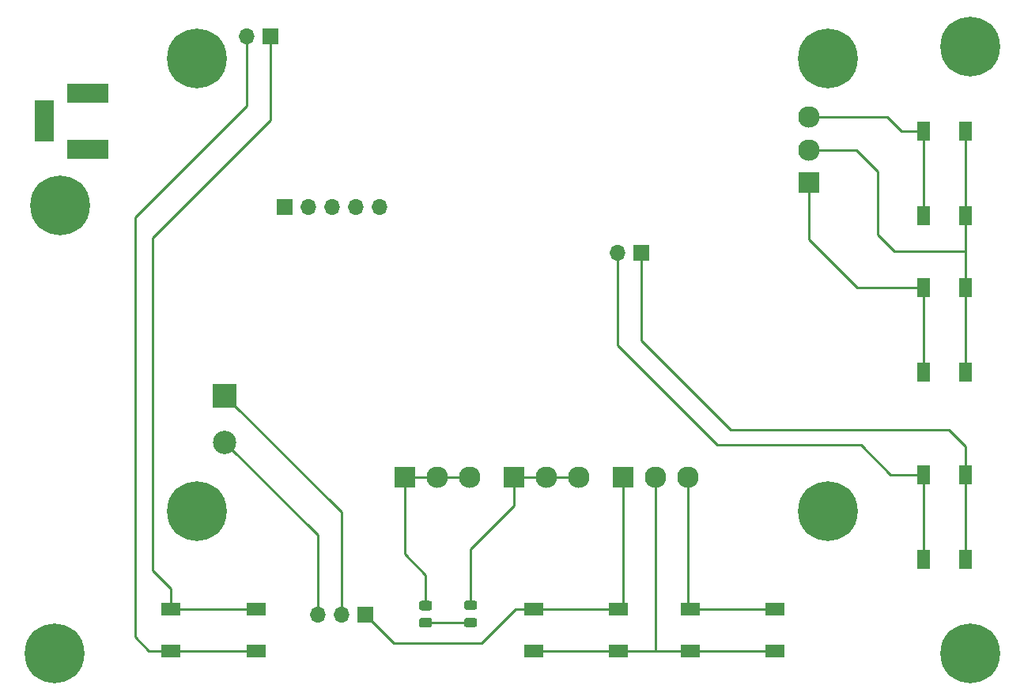
<source format=gtl>
G04 #@! TF.GenerationSoftware,KiCad,Pcbnew,6.0.2+dfsg-1*
G04 #@! TF.CreationDate,2023-06-22T08:15:56-06:00*
G04 #@! TF.ProjectId,ckt-soundplay-test,636b742d-736f-4756-9e64-706c61792d74,rev?*
G04 #@! TF.SameCoordinates,Original*
G04 #@! TF.FileFunction,Copper,L1,Top*
G04 #@! TF.FilePolarity,Positive*
%FSLAX46Y46*%
G04 Gerber Fmt 4.6, Leading zero omitted, Abs format (unit mm)*
G04 Created by KiCad (PCBNEW 6.0.2+dfsg-1) date 2023-06-22 08:15:56*
%MOMM*%
%LPD*%
G01*
G04 APERTURE LIST*
G04 #@! TA.AperFunction,ComponentPad*
%ADD10R,2.500000X2.500000*%
G04 #@! TD*
G04 #@! TA.AperFunction,ComponentPad*
%ADD11C,2.500000*%
G04 #@! TD*
G04 #@! TA.AperFunction,SMDPad,CuDef*
%ADD12R,1.400000X2.100000*%
G04 #@! TD*
G04 #@! TA.AperFunction,SMDPad,CuDef*
%ADD13R,2.100000X1.400000*%
G04 #@! TD*
G04 #@! TA.AperFunction,ComponentPad*
%ADD14R,2.300000X2.300000*%
G04 #@! TD*
G04 #@! TA.AperFunction,ComponentPad*
%ADD15C,2.300000*%
G04 #@! TD*
G04 #@! TA.AperFunction,ComponentPad*
%ADD16C,6.400000*%
G04 #@! TD*
G04 #@! TA.AperFunction,ComponentPad*
%ADD17R,1.700000X1.700000*%
G04 #@! TD*
G04 #@! TA.AperFunction,ComponentPad*
%ADD18O,1.700000X1.700000*%
G04 #@! TD*
G04 #@! TA.AperFunction,ComponentPad*
%ADD19R,4.500000X2.000000*%
G04 #@! TD*
G04 #@! TA.AperFunction,ComponentPad*
%ADD20R,2.000000X4.500000*%
G04 #@! TD*
G04 #@! TA.AperFunction,Conductor*
%ADD21C,0.254000*%
G04 #@! TD*
G04 APERTURE END LIST*
D10*
X108920000Y-84876000D03*
D11*
X108920000Y-89876000D03*
D12*
X183769000Y-102467000D03*
X183769000Y-93367000D03*
X188269000Y-102467000D03*
X188269000Y-93367000D03*
D13*
X142008000Y-107732000D03*
X151108000Y-107732000D03*
X142008000Y-112232000D03*
X151108000Y-112232000D03*
D14*
X128199000Y-93657000D03*
D15*
X131699000Y-93657000D03*
X135199000Y-93657000D03*
D13*
X158772000Y-107732000D03*
X167872000Y-107732000D03*
X158772000Y-112232000D03*
X167872000Y-112232000D03*
G04 #@! TA.AperFunction,SMDPad,CuDef*
G36*
G01*
X134799500Y-106859000D02*
X135712000Y-106859000D01*
G75*
G02*
X135955750Y-107102750I0J-243750D01*
G01*
X135955750Y-107590250D01*
G75*
G02*
X135712000Y-107834000I-243750J0D01*
G01*
X134799500Y-107834000D01*
G75*
G02*
X134555750Y-107590250I0J243750D01*
G01*
X134555750Y-107102750D01*
G75*
G02*
X134799500Y-106859000I243750J0D01*
G01*
G37*
G04 #@! TD.AperFunction*
G04 #@! TA.AperFunction,SMDPad,CuDef*
G36*
G01*
X134799500Y-108734000D02*
X135712000Y-108734000D01*
G75*
G02*
X135955750Y-108977750I0J-243750D01*
G01*
X135955750Y-109465250D01*
G75*
G02*
X135712000Y-109709000I-243750J0D01*
G01*
X134799500Y-109709000D01*
G75*
G02*
X134555750Y-109465250I0J243750D01*
G01*
X134555750Y-108977750D01*
G75*
G02*
X134799500Y-108734000I243750J0D01*
G01*
G37*
G04 #@! TD.AperFunction*
D16*
X173482000Y-97282000D03*
X90678000Y-112522000D03*
X173482000Y-48768000D03*
D17*
X123952000Y-108331000D03*
D18*
X121412000Y-108331000D03*
X118872000Y-108331000D03*
D14*
X139883000Y-93657000D03*
D15*
X143383000Y-93657000D03*
X146883000Y-93657000D03*
D14*
X171508000Y-62047000D03*
D15*
X171508000Y-58547000D03*
X171508000Y-55047000D03*
D16*
X188722000Y-112522000D03*
D12*
X183769000Y-82401000D03*
X183769000Y-73301000D03*
X188269000Y-82401000D03*
X188269000Y-73301000D03*
D17*
X113797000Y-46355000D03*
D18*
X111257000Y-46355000D03*
D17*
X153548000Y-69596000D03*
D18*
X151008000Y-69596000D03*
D16*
X91313000Y-64516000D03*
G04 #@! TA.AperFunction,SMDPad,CuDef*
G36*
G01*
X130879750Y-109732500D02*
X129979750Y-109732500D01*
G75*
G02*
X129729750Y-109482500I0J250000D01*
G01*
X129729750Y-108957500D01*
G75*
G02*
X129979750Y-108707500I250000J0D01*
G01*
X130879750Y-108707500D01*
G75*
G02*
X131129750Y-108957500I0J-250000D01*
G01*
X131129750Y-109482500D01*
G75*
G02*
X130879750Y-109732500I-250000J0D01*
G01*
G37*
G04 #@! TD.AperFunction*
G04 #@! TA.AperFunction,SMDPad,CuDef*
G36*
G01*
X130879750Y-107907500D02*
X129979750Y-107907500D01*
G75*
G02*
X129729750Y-107657500I0J250000D01*
G01*
X129729750Y-107132500D01*
G75*
G02*
X129979750Y-106882500I250000J0D01*
G01*
X130879750Y-106882500D01*
G75*
G02*
X131129750Y-107132500I0J-250000D01*
G01*
X131129750Y-107657500D01*
G75*
G02*
X130879750Y-107907500I-250000J0D01*
G01*
G37*
G04 #@! TD.AperFunction*
X105918000Y-97282000D03*
X105918000Y-48768000D03*
D19*
X94276000Y-58470000D03*
X94276000Y-52470000D03*
D20*
X89576000Y-55470000D03*
D12*
X183769000Y-65637000D03*
X183769000Y-56537000D03*
X188269000Y-65637000D03*
X188269000Y-56537000D03*
D16*
X188722000Y-47498000D03*
D13*
X112268000Y-112232000D03*
X103168000Y-112232000D03*
X112268000Y-107732000D03*
X103168000Y-107732000D03*
D14*
X151567000Y-93657000D03*
D15*
X155067000Y-93657000D03*
X158567000Y-93657000D03*
D17*
X115316000Y-64643000D03*
D18*
X117856000Y-64643000D03*
X120396000Y-64643000D03*
X122936000Y-64643000D03*
X125476000Y-64643000D03*
D21*
X121412000Y-97368000D02*
X108920000Y-84876000D01*
X121412000Y-108331000D02*
X121412000Y-97368000D01*
X118872000Y-99828000D02*
X108920000Y-89876000D01*
X118872000Y-108331000D02*
X118872000Y-99828000D01*
X139883000Y-93657000D02*
X139883000Y-96718000D01*
X139883000Y-93657000D02*
X146883000Y-93657000D01*
X135255750Y-101345250D02*
X135255750Y-107346500D01*
X139883000Y-96718000D02*
X135255750Y-101345250D01*
X135254250Y-109220000D02*
X135255750Y-109221500D01*
X130429750Y-109220000D02*
X135254250Y-109220000D01*
X128199000Y-93657000D02*
X135199000Y-93657000D01*
X130429750Y-104116500D02*
X128199000Y-101885750D01*
X130429750Y-104116500D02*
X130429750Y-107395000D01*
X128199000Y-101885750D02*
X128199000Y-93657000D01*
X154976000Y-112232000D02*
X167872000Y-112232000D01*
X142008000Y-112232000D02*
X154976000Y-112232000D01*
X155067000Y-93657000D02*
X155067000Y-112141000D01*
X188269000Y-82401000D02*
X188269000Y-69378000D01*
X188269000Y-69378000D02*
X188269000Y-56537000D01*
X178816000Y-60833000D02*
X178816000Y-67600000D01*
X178816000Y-67600000D02*
X180594000Y-69378000D01*
X176530000Y-58547000D02*
X178816000Y-60833000D01*
X180594000Y-69378000D02*
X188269000Y-69378000D01*
X171508000Y-58547000D02*
X176530000Y-58547000D01*
X101219000Y-103632000D02*
X101219000Y-67945000D01*
X112268000Y-107732000D02*
X107627000Y-107732000D01*
X103168000Y-105581000D02*
X103168000Y-107732000D01*
X113797000Y-55367000D02*
X113797000Y-46355000D01*
X101219000Y-67945000D02*
X113797000Y-55367000D01*
X107627000Y-107732000D02*
X103168000Y-107732000D01*
X101219000Y-103632000D02*
X103168000Y-105581000D01*
X112268000Y-112232000D02*
X103168000Y-112232000D01*
X99314000Y-110744000D02*
X100802000Y-112232000D01*
X99314000Y-65786000D02*
X99314000Y-110744000D01*
X111257000Y-46355000D02*
X111257000Y-53843000D01*
X111257000Y-53843000D02*
X99314000Y-65786000D01*
X100802000Y-112232000D02*
X103168000Y-112232000D01*
X153548000Y-69596000D02*
X153548000Y-78999000D01*
X188269000Y-102467000D02*
X188269000Y-93367000D01*
X163068000Y-88519000D02*
X186436000Y-88519000D01*
X153548000Y-78999000D02*
X163068000Y-88519000D01*
X186436000Y-88519000D02*
X188269000Y-90352000D01*
X188269000Y-90352000D02*
X188269000Y-93367000D01*
X180235000Y-93367000D02*
X183769000Y-93367000D01*
X177038000Y-90170000D02*
X180235000Y-93367000D01*
X151008000Y-79507000D02*
X161671000Y-90170000D01*
X183769000Y-102467000D02*
X183769000Y-93367000D01*
X151008000Y-69596000D02*
X151008000Y-79507000D01*
X161671000Y-90170000D02*
X177038000Y-90170000D01*
X167872000Y-107732000D02*
X158772000Y-107732000D01*
X158567000Y-107527000D02*
X158772000Y-107732000D01*
X158567000Y-93657000D02*
X158567000Y-107527000D01*
X176679000Y-73301000D02*
X183769000Y-73301000D01*
X171508000Y-68130000D02*
X176679000Y-73301000D01*
X183769000Y-82401000D02*
X183769000Y-73301000D01*
X171508000Y-62047000D02*
X171508000Y-68130000D01*
X183769000Y-61504000D02*
X183769000Y-65637000D01*
X179888000Y-55047000D02*
X181378000Y-56537000D01*
X171508000Y-55047000D02*
X179888000Y-55047000D01*
X181378000Y-56537000D02*
X183769000Y-56537000D01*
X183769000Y-56537000D02*
X183769000Y-61504000D01*
X127000000Y-111379000D02*
X123952000Y-108331000D01*
X151567000Y-107273000D02*
X151108000Y-107732000D01*
X140045000Y-107732000D02*
X142008000Y-107732000D01*
X151567000Y-93657000D02*
X151567000Y-107273000D01*
X142008000Y-107732000D02*
X151108000Y-107732000D01*
X136398000Y-111379000D02*
X127000000Y-111379000D01*
X136398000Y-111379000D02*
X140045000Y-107732000D01*
M02*

</source>
